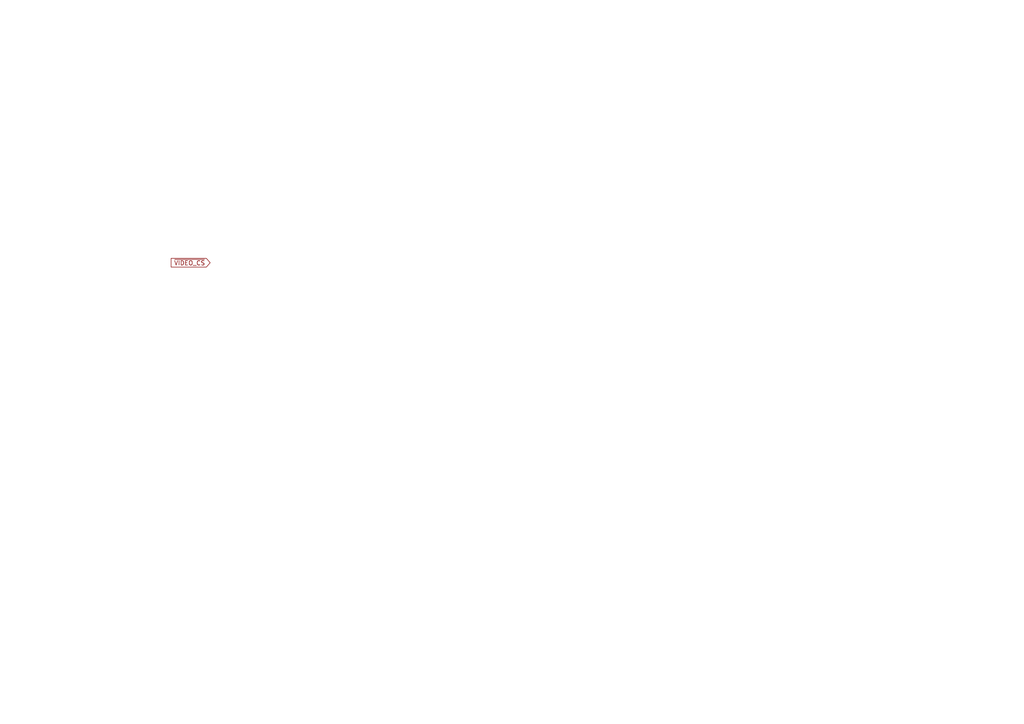
<source format=kicad_sch>
(kicad_sch (version 20230121) (generator eeschema)
  (paper "A4")
  (lib_symbols)
  (global_label "~{VIDEO_CS}" (shape input) (at 60.96 76.2 180) (property "Intersheetrefs" "${INTERSHEET_REFS}" (effects hide)))
)
</source>
